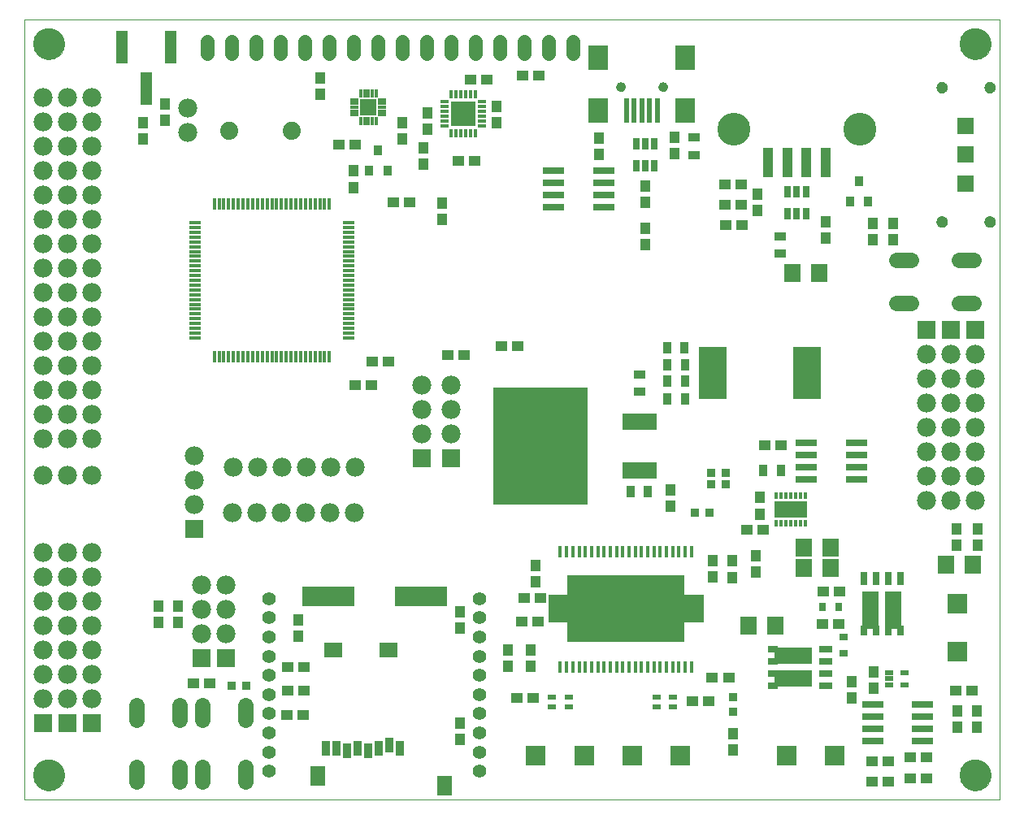
<source format=gts>
G75*
G70*
%OFA0B0*%
%FSLAX24Y24*%
%IPPOS*%
%LPD*%
%AMOC8*
5,1,8,0,0,1.08239X$1,22.5*
%
%ADD10C,0.0000*%
%ADD11C,0.1290*%
%ADD12C,0.0555*%
%ADD13C,0.0780*%
%ADD14C,0.0640*%
%ADD15C,0.0555*%
%ADD16R,0.0512X0.0158*%
%ADD17R,0.0158X0.0512*%
%ADD18R,0.0510X0.1340*%
%ADD19R,0.0158X0.0453*%
%ADD20R,0.4843X0.2737*%
%ADD21R,0.0827X0.1182*%
%ADD22R,0.0473X0.0434*%
%ADD23R,0.0434X0.0473*%
%ADD24R,0.0780X0.0780*%
%ADD25R,0.0237X0.1024*%
%ADD26R,0.0827X0.1024*%
%ADD27C,0.0394*%
%ADD28R,0.0276X0.0512*%
%ADD29R,0.0906X0.0276*%
%ADD30C,0.1350*%
%ADD31R,0.0394X0.1221*%
%ADD32R,0.0512X0.0355*%
%ADD33R,0.0355X0.0394*%
%ADD34R,0.0355X0.0355*%
%ADD35R,0.0138X0.0316*%
%ADD36R,0.1339X0.0709*%
%ADD37R,0.0370X0.0165*%
%ADD38R,0.0165X0.0370*%
%ADD39R,0.1040X0.1040*%
%ADD40R,0.1142X0.2166*%
%ADD41R,0.0355X0.0512*%
%ADD42R,0.2140X0.0800*%
%ADD43R,0.0670X0.0749*%
%ADD44C,0.0740*%
%ADD45R,0.0120X0.0350*%
%ADD46R,0.0350X0.0120*%
%ADD47R,0.0709X0.0709*%
%ADD48R,0.0335X0.0197*%
%ADD49R,0.0540X0.0280*%
%ADD50R,0.0440X0.0280*%
%ADD51R,0.1540X0.0690*%
%ADD52R,0.0280X0.0540*%
%ADD53R,0.0280X0.0440*%
%ADD54R,0.0690X0.1540*%
%ADD55R,0.0276X0.0355*%
%ADD56R,0.0355X0.0276*%
%ADD57R,0.0690X0.0690*%
%ADD58C,0.0473*%
%ADD59R,0.0808X0.0808*%
%ADD60R,0.0375X0.0237*%
%ADD61R,0.1420X0.0670*%
%ADD62R,0.3880X0.4840*%
%ADD63R,0.0910X0.0280*%
%ADD64R,0.0749X0.0591*%
%ADD65R,0.0591X0.0788*%
%ADD66R,0.0355X0.0631*%
D10*
X000150Y001990D02*
X000150Y033990D01*
X040150Y033990D01*
X040150Y001990D01*
X000150Y001990D01*
X000525Y002990D02*
X000527Y003040D01*
X000533Y003089D01*
X000543Y003138D01*
X000556Y003185D01*
X000574Y003232D01*
X000595Y003277D01*
X000619Y003320D01*
X000647Y003361D01*
X000678Y003400D01*
X000712Y003436D01*
X000749Y003470D01*
X000789Y003500D01*
X000830Y003527D01*
X000874Y003551D01*
X000919Y003571D01*
X000966Y003587D01*
X001014Y003600D01*
X001063Y003609D01*
X001113Y003614D01*
X001162Y003615D01*
X001212Y003612D01*
X001261Y003605D01*
X001310Y003594D01*
X001357Y003580D01*
X001403Y003561D01*
X001448Y003539D01*
X001491Y003514D01*
X001531Y003485D01*
X001569Y003453D01*
X001605Y003419D01*
X001638Y003381D01*
X001667Y003341D01*
X001693Y003299D01*
X001716Y003255D01*
X001735Y003209D01*
X001751Y003162D01*
X001763Y003113D01*
X001771Y003064D01*
X001775Y003015D01*
X001775Y002965D01*
X001771Y002916D01*
X001763Y002867D01*
X001751Y002818D01*
X001735Y002771D01*
X001716Y002725D01*
X001693Y002681D01*
X001667Y002639D01*
X001638Y002599D01*
X001605Y002561D01*
X001569Y002527D01*
X001531Y002495D01*
X001491Y002466D01*
X001448Y002441D01*
X001403Y002419D01*
X001357Y002400D01*
X001310Y002386D01*
X001261Y002375D01*
X001212Y002368D01*
X001162Y002365D01*
X001113Y002366D01*
X001063Y002371D01*
X001014Y002380D01*
X000966Y002393D01*
X000919Y002409D01*
X000874Y002429D01*
X000830Y002453D01*
X000789Y002480D01*
X000749Y002510D01*
X000712Y002544D01*
X000678Y002580D01*
X000647Y002619D01*
X000619Y002660D01*
X000595Y002703D01*
X000574Y002748D01*
X000556Y002795D01*
X000543Y002842D01*
X000533Y002891D01*
X000527Y002940D01*
X000525Y002990D01*
X024427Y031230D02*
X024429Y031256D01*
X024435Y031282D01*
X024445Y031307D01*
X024458Y031330D01*
X024474Y031350D01*
X024494Y031368D01*
X024516Y031383D01*
X024539Y031395D01*
X024565Y031403D01*
X024591Y031407D01*
X024617Y031407D01*
X024643Y031403D01*
X024669Y031395D01*
X024693Y031383D01*
X024714Y031368D01*
X024734Y031350D01*
X024750Y031330D01*
X024763Y031307D01*
X024773Y031282D01*
X024779Y031256D01*
X024781Y031230D01*
X024779Y031204D01*
X024773Y031178D01*
X024763Y031153D01*
X024750Y031130D01*
X024734Y031110D01*
X024714Y031092D01*
X024692Y031077D01*
X024669Y031065D01*
X024643Y031057D01*
X024617Y031053D01*
X024591Y031053D01*
X024565Y031057D01*
X024539Y031065D01*
X024515Y031077D01*
X024494Y031092D01*
X024474Y031110D01*
X024458Y031130D01*
X024445Y031153D01*
X024435Y031178D01*
X024429Y031204D01*
X024427Y031230D01*
X026159Y031230D02*
X026161Y031256D01*
X026167Y031282D01*
X026177Y031307D01*
X026190Y031330D01*
X026206Y031350D01*
X026226Y031368D01*
X026248Y031383D01*
X026271Y031395D01*
X026297Y031403D01*
X026323Y031407D01*
X026349Y031407D01*
X026375Y031403D01*
X026401Y031395D01*
X026425Y031383D01*
X026446Y031368D01*
X026466Y031350D01*
X026482Y031330D01*
X026495Y031307D01*
X026505Y031282D01*
X026511Y031256D01*
X026513Y031230D01*
X026511Y031204D01*
X026505Y031178D01*
X026495Y031153D01*
X026482Y031130D01*
X026466Y031110D01*
X026446Y031092D01*
X026424Y031077D01*
X026401Y031065D01*
X026375Y031057D01*
X026349Y031053D01*
X026323Y031053D01*
X026297Y031057D01*
X026271Y031065D01*
X026247Y031077D01*
X026226Y031092D01*
X026206Y031110D01*
X026190Y031130D01*
X026177Y031153D01*
X026167Y031178D01*
X026161Y031204D01*
X026159Y031230D01*
X037559Y031206D02*
X037561Y031235D01*
X037567Y031263D01*
X037576Y031291D01*
X037589Y031317D01*
X037606Y031340D01*
X037625Y031362D01*
X037647Y031381D01*
X037672Y031396D01*
X037698Y031409D01*
X037726Y031417D01*
X037754Y031422D01*
X037783Y031423D01*
X037812Y031420D01*
X037840Y031413D01*
X037867Y031403D01*
X037893Y031389D01*
X037916Y031372D01*
X037937Y031352D01*
X037955Y031329D01*
X037970Y031304D01*
X037981Y031277D01*
X037989Y031249D01*
X037993Y031220D01*
X037993Y031192D01*
X037989Y031163D01*
X037981Y031135D01*
X037970Y031108D01*
X037955Y031083D01*
X037937Y031060D01*
X037916Y031040D01*
X037893Y031023D01*
X037867Y031009D01*
X037840Y030999D01*
X037812Y030992D01*
X037783Y030989D01*
X037754Y030990D01*
X037726Y030995D01*
X037698Y031003D01*
X037672Y031016D01*
X037647Y031031D01*
X037625Y031050D01*
X037606Y031072D01*
X037589Y031095D01*
X037576Y031121D01*
X037567Y031149D01*
X037561Y031177D01*
X037559Y031206D01*
X039527Y031206D02*
X039529Y031235D01*
X039535Y031263D01*
X039544Y031291D01*
X039557Y031317D01*
X039574Y031340D01*
X039593Y031362D01*
X039615Y031381D01*
X039640Y031396D01*
X039666Y031409D01*
X039694Y031417D01*
X039722Y031422D01*
X039751Y031423D01*
X039780Y031420D01*
X039808Y031413D01*
X039835Y031403D01*
X039861Y031389D01*
X039884Y031372D01*
X039905Y031352D01*
X039923Y031329D01*
X039938Y031304D01*
X039949Y031277D01*
X039957Y031249D01*
X039961Y031220D01*
X039961Y031192D01*
X039957Y031163D01*
X039949Y031135D01*
X039938Y031108D01*
X039923Y031083D01*
X039905Y031060D01*
X039884Y031040D01*
X039861Y031023D01*
X039835Y031009D01*
X039808Y030999D01*
X039780Y030992D01*
X039751Y030989D01*
X039722Y030990D01*
X039694Y030995D01*
X039666Y031003D01*
X039640Y031016D01*
X039615Y031031D01*
X039593Y031050D01*
X039574Y031072D01*
X039557Y031095D01*
X039544Y031121D01*
X039535Y031149D01*
X039529Y031177D01*
X039527Y031206D01*
X038525Y032990D02*
X038527Y033040D01*
X038533Y033089D01*
X038543Y033138D01*
X038556Y033185D01*
X038574Y033232D01*
X038595Y033277D01*
X038619Y033320D01*
X038647Y033361D01*
X038678Y033400D01*
X038712Y033436D01*
X038749Y033470D01*
X038789Y033500D01*
X038830Y033527D01*
X038874Y033551D01*
X038919Y033571D01*
X038966Y033587D01*
X039014Y033600D01*
X039063Y033609D01*
X039113Y033614D01*
X039162Y033615D01*
X039212Y033612D01*
X039261Y033605D01*
X039310Y033594D01*
X039357Y033580D01*
X039403Y033561D01*
X039448Y033539D01*
X039491Y033514D01*
X039531Y033485D01*
X039569Y033453D01*
X039605Y033419D01*
X039638Y033381D01*
X039667Y033341D01*
X039693Y033299D01*
X039716Y033255D01*
X039735Y033209D01*
X039751Y033162D01*
X039763Y033113D01*
X039771Y033064D01*
X039775Y033015D01*
X039775Y032965D01*
X039771Y032916D01*
X039763Y032867D01*
X039751Y032818D01*
X039735Y032771D01*
X039716Y032725D01*
X039693Y032681D01*
X039667Y032639D01*
X039638Y032599D01*
X039605Y032561D01*
X039569Y032527D01*
X039531Y032495D01*
X039491Y032466D01*
X039448Y032441D01*
X039403Y032419D01*
X039357Y032400D01*
X039310Y032386D01*
X039261Y032375D01*
X039212Y032368D01*
X039162Y032365D01*
X039113Y032366D01*
X039063Y032371D01*
X039014Y032380D01*
X038966Y032393D01*
X038919Y032409D01*
X038874Y032429D01*
X038830Y032453D01*
X038789Y032480D01*
X038749Y032510D01*
X038712Y032544D01*
X038678Y032580D01*
X038647Y032619D01*
X038619Y032660D01*
X038595Y032703D01*
X038574Y032748D01*
X038556Y032795D01*
X038543Y032842D01*
X038533Y032891D01*
X038527Y032940D01*
X038525Y032990D01*
X037559Y025694D02*
X037561Y025723D01*
X037567Y025751D01*
X037576Y025779D01*
X037589Y025805D01*
X037606Y025828D01*
X037625Y025850D01*
X037647Y025869D01*
X037672Y025884D01*
X037698Y025897D01*
X037726Y025905D01*
X037754Y025910D01*
X037783Y025911D01*
X037812Y025908D01*
X037840Y025901D01*
X037867Y025891D01*
X037893Y025877D01*
X037916Y025860D01*
X037937Y025840D01*
X037955Y025817D01*
X037970Y025792D01*
X037981Y025765D01*
X037989Y025737D01*
X037993Y025708D01*
X037993Y025680D01*
X037989Y025651D01*
X037981Y025623D01*
X037970Y025596D01*
X037955Y025571D01*
X037937Y025548D01*
X037916Y025528D01*
X037893Y025511D01*
X037867Y025497D01*
X037840Y025487D01*
X037812Y025480D01*
X037783Y025477D01*
X037754Y025478D01*
X037726Y025483D01*
X037698Y025491D01*
X037672Y025504D01*
X037647Y025519D01*
X037625Y025538D01*
X037606Y025560D01*
X037589Y025583D01*
X037576Y025609D01*
X037567Y025637D01*
X037561Y025665D01*
X037559Y025694D01*
X039527Y025694D02*
X039529Y025723D01*
X039535Y025751D01*
X039544Y025779D01*
X039557Y025805D01*
X039574Y025828D01*
X039593Y025850D01*
X039615Y025869D01*
X039640Y025884D01*
X039666Y025897D01*
X039694Y025905D01*
X039722Y025910D01*
X039751Y025911D01*
X039780Y025908D01*
X039808Y025901D01*
X039835Y025891D01*
X039861Y025877D01*
X039884Y025860D01*
X039905Y025840D01*
X039923Y025817D01*
X039938Y025792D01*
X039949Y025765D01*
X039957Y025737D01*
X039961Y025708D01*
X039961Y025680D01*
X039957Y025651D01*
X039949Y025623D01*
X039938Y025596D01*
X039923Y025571D01*
X039905Y025548D01*
X039884Y025528D01*
X039861Y025511D01*
X039835Y025497D01*
X039808Y025487D01*
X039780Y025480D01*
X039751Y025477D01*
X039722Y025478D01*
X039694Y025483D01*
X039666Y025491D01*
X039640Y025504D01*
X039615Y025519D01*
X039593Y025538D01*
X039574Y025560D01*
X039557Y025583D01*
X039544Y025609D01*
X039535Y025637D01*
X039529Y025665D01*
X039527Y025694D01*
X038525Y002990D02*
X038527Y003040D01*
X038533Y003089D01*
X038543Y003138D01*
X038556Y003185D01*
X038574Y003232D01*
X038595Y003277D01*
X038619Y003320D01*
X038647Y003361D01*
X038678Y003400D01*
X038712Y003436D01*
X038749Y003470D01*
X038789Y003500D01*
X038830Y003527D01*
X038874Y003551D01*
X038919Y003571D01*
X038966Y003587D01*
X039014Y003600D01*
X039063Y003609D01*
X039113Y003614D01*
X039162Y003615D01*
X039212Y003612D01*
X039261Y003605D01*
X039310Y003594D01*
X039357Y003580D01*
X039403Y003561D01*
X039448Y003539D01*
X039491Y003514D01*
X039531Y003485D01*
X039569Y003453D01*
X039605Y003419D01*
X039638Y003381D01*
X039667Y003341D01*
X039693Y003299D01*
X039716Y003255D01*
X039735Y003209D01*
X039751Y003162D01*
X039763Y003113D01*
X039771Y003064D01*
X039775Y003015D01*
X039775Y002965D01*
X039771Y002916D01*
X039763Y002867D01*
X039751Y002818D01*
X039735Y002771D01*
X039716Y002725D01*
X039693Y002681D01*
X039667Y002639D01*
X039638Y002599D01*
X039605Y002561D01*
X039569Y002527D01*
X039531Y002495D01*
X039491Y002466D01*
X039448Y002441D01*
X039403Y002419D01*
X039357Y002400D01*
X039310Y002386D01*
X039261Y002375D01*
X039212Y002368D01*
X039162Y002365D01*
X039113Y002366D01*
X039063Y002371D01*
X039014Y002380D01*
X038966Y002393D01*
X038919Y002409D01*
X038874Y002429D01*
X038830Y002453D01*
X038789Y002480D01*
X038749Y002510D01*
X038712Y002544D01*
X038678Y002580D01*
X038647Y002619D01*
X038619Y002660D01*
X038595Y002703D01*
X038574Y002748D01*
X038556Y002795D01*
X038543Y002842D01*
X038533Y002891D01*
X038527Y002940D01*
X038525Y002990D01*
X000525Y032990D02*
X000527Y033040D01*
X000533Y033089D01*
X000543Y033138D01*
X000556Y033185D01*
X000574Y033232D01*
X000595Y033277D01*
X000619Y033320D01*
X000647Y033361D01*
X000678Y033400D01*
X000712Y033436D01*
X000749Y033470D01*
X000789Y033500D01*
X000830Y033527D01*
X000874Y033551D01*
X000919Y033571D01*
X000966Y033587D01*
X001014Y033600D01*
X001063Y033609D01*
X001113Y033614D01*
X001162Y033615D01*
X001212Y033612D01*
X001261Y033605D01*
X001310Y033594D01*
X001357Y033580D01*
X001403Y033561D01*
X001448Y033539D01*
X001491Y033514D01*
X001531Y033485D01*
X001569Y033453D01*
X001605Y033419D01*
X001638Y033381D01*
X001667Y033341D01*
X001693Y033299D01*
X001716Y033255D01*
X001735Y033209D01*
X001751Y033162D01*
X001763Y033113D01*
X001771Y033064D01*
X001775Y033015D01*
X001775Y032965D01*
X001771Y032916D01*
X001763Y032867D01*
X001751Y032818D01*
X001735Y032771D01*
X001716Y032725D01*
X001693Y032681D01*
X001667Y032639D01*
X001638Y032599D01*
X001605Y032561D01*
X001569Y032527D01*
X001531Y032495D01*
X001491Y032466D01*
X001448Y032441D01*
X001403Y032419D01*
X001357Y032400D01*
X001310Y032386D01*
X001261Y032375D01*
X001212Y032368D01*
X001162Y032365D01*
X001113Y032366D01*
X001063Y032371D01*
X001014Y032380D01*
X000966Y032393D01*
X000919Y032409D01*
X000874Y032429D01*
X000830Y032453D01*
X000789Y032480D01*
X000749Y032510D01*
X000712Y032544D01*
X000678Y032580D01*
X000647Y032619D01*
X000619Y032660D01*
X000595Y032703D01*
X000574Y032748D01*
X000556Y032795D01*
X000543Y032842D01*
X000533Y032891D01*
X000527Y032940D01*
X000525Y032990D01*
D11*
X001150Y032990D03*
X001150Y002990D03*
X039150Y002990D03*
X039150Y032990D03*
D12*
X018831Y010233D03*
X018831Y009446D03*
X018831Y008658D03*
X018831Y007871D03*
X018831Y007083D03*
X018831Y006296D03*
X018831Y005509D03*
X018831Y004721D03*
X018831Y003934D03*
X018831Y003146D03*
X010169Y003146D03*
X010169Y003934D03*
X010169Y004721D03*
X010169Y005509D03*
X010169Y006296D03*
X010169Y007083D03*
X010169Y007871D03*
X010169Y008658D03*
X010169Y009446D03*
X010169Y010233D03*
D13*
X008420Y009790D03*
X007420Y009790D03*
X007420Y010790D03*
X008420Y010790D03*
X008420Y008790D03*
X007420Y008790D03*
X002930Y009130D03*
X002930Y010130D03*
X002930Y011130D03*
X002930Y012130D03*
X001930Y012130D03*
X000930Y012130D03*
X000930Y011130D03*
X001930Y011130D03*
X001930Y010130D03*
X000930Y010130D03*
X000930Y009130D03*
X001930Y009130D03*
X001930Y008130D03*
X000930Y008130D03*
X000930Y007130D03*
X001930Y007130D03*
X002930Y007130D03*
X002930Y008130D03*
X002930Y006130D03*
X001930Y006130D03*
X000930Y006130D03*
X008670Y013750D03*
X009670Y013750D03*
X010670Y013750D03*
X011670Y013750D03*
X012670Y013750D03*
X013670Y013750D03*
X013700Y015610D03*
X012700Y015610D03*
X011700Y015610D03*
X010700Y015610D03*
X009700Y015610D03*
X008700Y015610D03*
X007100Y016100D03*
X007100Y015100D03*
X007100Y014100D03*
X002930Y015290D03*
X001930Y015290D03*
X000930Y015290D03*
X000930Y016790D03*
X001930Y016790D03*
X001930Y017790D03*
X001930Y018790D03*
X000930Y018790D03*
X000930Y017790D03*
X000930Y019790D03*
X001930Y019790D03*
X001930Y020790D03*
X000930Y020790D03*
X000930Y021790D03*
X001930Y021790D03*
X001930Y022790D03*
X000930Y022790D03*
X000930Y023790D03*
X001930Y023790D03*
X001930Y024790D03*
X000930Y024790D03*
X000930Y025790D03*
X001930Y025790D03*
X001930Y026790D03*
X000930Y026790D03*
X000930Y027790D03*
X001930Y027790D03*
X001930Y028790D03*
X000930Y028790D03*
X000930Y029790D03*
X001930Y029790D03*
X001930Y030790D03*
X000930Y030790D03*
X002930Y030790D03*
X002930Y029790D03*
X002930Y028790D03*
X002930Y027790D03*
X002930Y026790D03*
X002930Y025790D03*
X002930Y024790D03*
X002930Y023790D03*
X002930Y022790D03*
X002930Y021790D03*
X002930Y020790D03*
X002930Y019790D03*
X002930Y018790D03*
X002930Y017790D03*
X002930Y016790D03*
X016450Y016990D03*
X016450Y017990D03*
X016450Y018990D03*
X017650Y018990D03*
X017650Y017990D03*
X017650Y016990D03*
X006860Y029370D03*
X006860Y030370D03*
X037150Y020250D03*
X038150Y020250D03*
X039150Y020250D03*
X039150Y019250D03*
X038150Y019250D03*
X037150Y019250D03*
X037150Y018250D03*
X038150Y018250D03*
X039150Y018250D03*
X039150Y017250D03*
X038150Y017250D03*
X037150Y017250D03*
X037150Y016250D03*
X038150Y016250D03*
X039150Y016250D03*
X039150Y015250D03*
X038150Y015250D03*
X037150Y015250D03*
X037150Y014250D03*
X038150Y014250D03*
X039150Y014250D03*
D14*
X039070Y022350D02*
X038470Y022350D01*
X038470Y024130D02*
X039070Y024130D01*
X036510Y024130D02*
X035910Y024130D01*
X035910Y022350D02*
X036510Y022350D01*
X009230Y005870D02*
X009230Y005270D01*
X007450Y005270D02*
X007450Y005870D01*
X006530Y005870D02*
X006530Y005270D01*
X004750Y005270D02*
X004750Y005870D01*
X004750Y003310D02*
X004750Y002710D01*
X006530Y002710D02*
X006530Y003310D01*
X007450Y003310D02*
X007450Y002710D01*
X009230Y002710D02*
X009230Y003310D01*
D15*
X009650Y032582D02*
X009650Y033097D01*
X008650Y033097D02*
X008650Y032582D01*
X007650Y032582D02*
X007650Y033097D01*
X010650Y033097D02*
X010650Y032582D01*
X011650Y032582D02*
X011650Y033097D01*
X012650Y033097D02*
X012650Y032582D01*
X013650Y032582D02*
X013650Y033097D01*
X014650Y033097D02*
X014650Y032582D01*
X015650Y032582D02*
X015650Y033097D01*
X016650Y033097D02*
X016650Y032582D01*
X017650Y032582D02*
X017650Y033097D01*
X018650Y033097D02*
X018650Y032582D01*
X019650Y032582D02*
X019650Y033097D01*
X020650Y033097D02*
X020650Y032582D01*
X021650Y032582D02*
X021650Y033097D01*
X022650Y033097D02*
X022650Y032582D01*
D16*
X013450Y025652D03*
X013450Y025455D03*
X013450Y025258D03*
X013450Y025061D03*
X013450Y024864D03*
X013450Y024668D03*
X013450Y024471D03*
X013450Y024274D03*
X013450Y024077D03*
X013450Y023880D03*
X013450Y023683D03*
X013450Y023486D03*
X013450Y023290D03*
X013450Y023093D03*
X013450Y022896D03*
X013450Y022699D03*
X013450Y022502D03*
X013450Y022305D03*
X013450Y022109D03*
X013450Y021912D03*
X013450Y021715D03*
X013450Y021518D03*
X013450Y021321D03*
X013450Y021124D03*
X013450Y020927D03*
X007150Y020927D03*
X007150Y021124D03*
X007150Y021321D03*
X007150Y021518D03*
X007150Y021715D03*
X007150Y021912D03*
X007150Y022109D03*
X007150Y022305D03*
X007150Y022502D03*
X007150Y022699D03*
X007150Y022896D03*
X007150Y023093D03*
X007150Y023290D03*
X007150Y023486D03*
X007150Y023683D03*
X007150Y023880D03*
X007150Y024077D03*
X007150Y024274D03*
X007150Y024471D03*
X007150Y024668D03*
X007150Y024864D03*
X007150Y025061D03*
X007150Y025258D03*
X007150Y025455D03*
X007150Y025652D03*
D17*
X007938Y026439D03*
X008135Y026439D03*
X008331Y026439D03*
X008528Y026439D03*
X008725Y026439D03*
X008922Y026439D03*
X009119Y026439D03*
X009316Y026439D03*
X009513Y026439D03*
X009709Y026439D03*
X009906Y026439D03*
X010103Y026439D03*
X010300Y026439D03*
X010497Y026439D03*
X010694Y026439D03*
X010891Y026439D03*
X011087Y026439D03*
X011284Y026439D03*
X011481Y026439D03*
X011678Y026439D03*
X011875Y026439D03*
X012072Y026439D03*
X012269Y026439D03*
X012465Y026439D03*
X012662Y026439D03*
X012662Y020140D03*
X012465Y020140D03*
X012269Y020140D03*
X012072Y020140D03*
X011875Y020140D03*
X011678Y020140D03*
X011481Y020140D03*
X011284Y020140D03*
X011087Y020140D03*
X010891Y020140D03*
X010694Y020140D03*
X010497Y020140D03*
X010300Y020140D03*
X010103Y020140D03*
X009906Y020140D03*
X009709Y020140D03*
X009513Y020140D03*
X009316Y020140D03*
X009119Y020140D03*
X008922Y020140D03*
X008725Y020140D03*
X008528Y020140D03*
X008331Y020140D03*
X008135Y020140D03*
X007938Y020140D03*
D18*
X005150Y031150D03*
X004150Y032850D03*
X006150Y032850D03*
D19*
X022133Y012172D03*
X022389Y012172D03*
X022645Y012172D03*
X022901Y012172D03*
X023157Y012172D03*
X023413Y012172D03*
X023669Y012172D03*
X023924Y012172D03*
X024180Y012172D03*
X024436Y012172D03*
X024692Y012172D03*
X024948Y012172D03*
X025204Y012172D03*
X025460Y012172D03*
X025716Y012172D03*
X025972Y012172D03*
X026228Y012172D03*
X026484Y012172D03*
X026739Y012172D03*
X026995Y012172D03*
X027251Y012172D03*
X027507Y012172D03*
X027507Y007428D03*
X027251Y007428D03*
X026995Y007428D03*
X026739Y007428D03*
X026484Y007428D03*
X026228Y007428D03*
X025972Y007428D03*
X025716Y007428D03*
X025460Y007428D03*
X025204Y007428D03*
X024948Y007428D03*
X024692Y007428D03*
X024436Y007428D03*
X024180Y007428D03*
X023924Y007428D03*
X023669Y007428D03*
X023413Y007428D03*
X023157Y007428D03*
X022901Y007428D03*
X022645Y007428D03*
X022389Y007428D03*
X022133Y007428D03*
D20*
X024830Y009810D03*
D21*
X027625Y009810D03*
X022035Y009810D03*
D22*
X021305Y010240D03*
X020635Y010240D03*
X020555Y009290D03*
X021225Y009290D03*
X021005Y006140D03*
X020335Y006140D03*
X027535Y006030D03*
X028205Y006030D03*
X028365Y006980D03*
X029035Y006980D03*
X032875Y009200D03*
X033545Y009200D03*
X033585Y010530D03*
X032915Y010530D03*
X030455Y013040D03*
X029785Y013040D03*
X030525Y016510D03*
X031195Y016510D03*
X029575Y025540D03*
X028905Y025540D03*
X028895Y026390D03*
X029565Y026390D03*
X029555Y027230D03*
X028885Y027230D03*
X021255Y031690D03*
X020585Y031690D03*
X019125Y031510D03*
X018455Y031510D03*
X018605Y028200D03*
X017935Y028200D03*
X015965Y026480D03*
X015295Y026480D03*
X013725Y028850D03*
X013055Y028850D03*
X019715Y020600D03*
X020385Y020600D03*
X018195Y020210D03*
X017525Y020210D03*
X015085Y019970D03*
X014415Y019970D03*
X014385Y019000D03*
X013715Y019000D03*
X011605Y007420D03*
X010935Y007420D03*
X010935Y006440D03*
X011605Y006440D03*
X011585Y005460D03*
X010915Y005460D03*
X007745Y006740D03*
X007075Y006740D03*
X034905Y003570D03*
X035575Y003570D03*
X036475Y003730D03*
X037145Y003730D03*
X037145Y002850D03*
X036475Y002850D03*
X035575Y002730D03*
X034905Y002730D03*
X038355Y006470D03*
X039025Y006470D03*
D23*
X039230Y005634D03*
X039230Y004965D03*
X038420Y004955D03*
X038420Y005624D03*
X034980Y006555D03*
X034980Y007224D03*
X034090Y006834D03*
X034090Y006165D03*
X029220Y004694D03*
X029220Y004025D03*
X020900Y007445D03*
X020900Y008114D03*
X019990Y008114D03*
X019990Y007445D03*
X018010Y009035D03*
X018010Y009704D03*
X021110Y010925D03*
X021110Y011594D03*
X026640Y014025D03*
X026640Y014694D03*
X028370Y011784D03*
X028370Y011115D03*
X029170Y011105D03*
X029170Y011774D03*
X030160Y011994D03*
X030160Y011325D03*
X030320Y013705D03*
X030320Y014374D03*
X038370Y013084D03*
X038370Y012415D03*
X039250Y012425D03*
X039250Y013094D03*
X035770Y024945D03*
X035770Y025614D03*
X034960Y025634D03*
X034960Y024965D03*
X033010Y025035D03*
X033010Y025704D03*
X030230Y026155D03*
X030230Y026824D03*
X026820Y028475D03*
X026820Y029144D03*
X025620Y027144D03*
X025620Y026475D03*
X025620Y025414D03*
X025620Y024745D03*
X023700Y028455D03*
X023700Y029124D03*
X019530Y029755D03*
X019530Y030424D03*
X016690Y030164D03*
X016690Y029495D03*
X016500Y028734D03*
X016500Y028065D03*
X015660Y029075D03*
X015660Y029744D03*
X013660Y027774D03*
X013660Y027105D03*
X017290Y026444D03*
X017290Y025775D03*
X012280Y030935D03*
X012280Y031604D03*
X005920Y030524D03*
X005920Y029855D03*
X005020Y029754D03*
X005020Y029085D03*
X005660Y009924D03*
X005660Y009255D03*
X006460Y009255D03*
X006460Y009924D03*
X011390Y009354D03*
X011390Y008685D03*
X018030Y005124D03*
X018030Y004455D03*
D24*
X008420Y007790D03*
X007420Y007790D03*
X002930Y005130D03*
X001930Y005130D03*
X000930Y005130D03*
X007100Y013100D03*
X016450Y015990D03*
X017650Y015990D03*
X037150Y021250D03*
X038150Y021250D03*
X039150Y021250D03*
D25*
X026100Y030245D03*
X025785Y030245D03*
X025470Y030245D03*
X025155Y030245D03*
X024840Y030245D03*
D26*
X023698Y030245D03*
X023698Y032411D03*
X027242Y032411D03*
X027242Y030245D03*
D27*
X026336Y031230D03*
X024604Y031230D03*
D28*
X025246Y028883D03*
X025620Y028883D03*
X025994Y028883D03*
X025994Y027977D03*
X025620Y027977D03*
X025246Y027977D03*
X031456Y026923D03*
X031830Y026923D03*
X032204Y026923D03*
X032204Y026017D03*
X031830Y026017D03*
X031456Y026017D03*
D29*
X023914Y026290D03*
X023914Y026790D03*
X023914Y027290D03*
X023914Y027790D03*
X021866Y027790D03*
X021866Y027290D03*
X021866Y026790D03*
X021866Y026290D03*
X034936Y005880D03*
X034936Y005380D03*
X034936Y004880D03*
X034936Y004380D03*
X036984Y004380D03*
X036984Y004880D03*
X036984Y005380D03*
X036984Y005880D03*
D30*
X034415Y029490D03*
X029245Y029490D03*
D31*
X030649Y028131D03*
X031436Y028131D03*
X032224Y028131D03*
X033011Y028131D03*
D32*
X031140Y025094D03*
X031140Y024385D03*
X027600Y028435D03*
X027600Y029144D03*
X025370Y019424D03*
X025370Y018715D03*
D33*
X034016Y026536D03*
X034764Y026536D03*
X034390Y027363D03*
X015034Y027796D03*
X014286Y027796D03*
X014660Y028623D03*
D34*
X028315Y015390D03*
X028315Y014920D03*
X028905Y014920D03*
X028905Y015390D03*
X028235Y013770D03*
X027645Y013770D03*
X029230Y006175D03*
X029230Y005584D03*
X009245Y006640D03*
X008655Y006640D03*
D35*
X030989Y013329D03*
X031186Y013329D03*
X031383Y013329D03*
X031580Y013329D03*
X031777Y013329D03*
X031974Y013329D03*
X032171Y013329D03*
X032171Y014470D03*
X031974Y014470D03*
X031777Y014470D03*
X031580Y014470D03*
X031383Y014470D03*
X031186Y014470D03*
X030989Y014470D03*
D36*
X031580Y013900D03*
D37*
X018928Y029637D03*
X018928Y029834D03*
X018928Y030031D03*
X018928Y030228D03*
X018928Y030425D03*
X018928Y030622D03*
X017372Y030622D03*
X017372Y030425D03*
X017372Y030228D03*
X017372Y030031D03*
X017372Y029834D03*
X017372Y029637D03*
D38*
X017658Y029332D03*
X017855Y029332D03*
X018052Y029332D03*
X018248Y029332D03*
X018445Y029332D03*
X018642Y029332D03*
X018642Y030907D03*
X018445Y030907D03*
X018248Y030907D03*
X018052Y030907D03*
X017855Y030907D03*
X017658Y030907D03*
D39*
X018150Y030130D03*
D40*
X028392Y019490D03*
X032250Y019490D03*
D41*
X031174Y015480D03*
X030466Y015480D03*
X027234Y018430D03*
X026526Y018430D03*
X026526Y019160D03*
X026526Y019810D03*
X027234Y019810D03*
X027234Y019160D03*
X027224Y020520D03*
X026516Y020520D03*
X025724Y014620D03*
X025016Y014620D03*
D42*
X016410Y010330D03*
X012610Y010330D03*
D43*
X029849Y009130D03*
X030951Y009130D03*
X032109Y011480D03*
X032109Y012320D03*
X033211Y012320D03*
X033211Y011480D03*
X037959Y011610D03*
X039061Y011610D03*
X032761Y023590D03*
X031659Y023590D03*
D44*
X011120Y029430D03*
X008560Y029430D03*
D45*
X013945Y029819D03*
X014103Y029819D03*
X014260Y029819D03*
X014417Y029819D03*
X014575Y029819D03*
X014575Y030960D03*
X014417Y030960D03*
X014260Y030960D03*
X014103Y030960D03*
X013945Y030960D03*
D46*
X013689Y030705D03*
X013689Y030547D03*
X013689Y030390D03*
X013689Y030232D03*
X013689Y030075D03*
X014831Y030075D03*
X014831Y030232D03*
X014831Y030390D03*
X014831Y030547D03*
X014831Y030705D03*
D47*
X014260Y030390D03*
D48*
X035615Y007196D03*
X035615Y006940D03*
X035615Y006684D03*
X036265Y006684D03*
X036265Y007196D03*
D49*
X033000Y007170D03*
X033000Y006670D03*
X033000Y007670D03*
X033000Y008170D03*
D50*
X030850Y008170D03*
X030850Y007670D03*
X030850Y007170D03*
X030850Y006670D03*
D51*
X031680Y006965D03*
X031680Y007875D03*
D52*
X034570Y011060D03*
X035070Y011060D03*
X035570Y011060D03*
X036070Y011060D03*
D53*
X036070Y008910D03*
X035570Y008910D03*
X035070Y008910D03*
X034570Y008910D03*
D54*
X034865Y009740D03*
X035775Y009740D03*
D55*
X033550Y009900D03*
X032881Y009900D03*
D56*
X033750Y008669D03*
X033750Y008000D03*
D57*
X038760Y027269D03*
X038760Y028450D03*
X038760Y029631D03*
D58*
X037776Y031206D03*
X039744Y031206D03*
X039744Y025694D03*
X037776Y025694D03*
D59*
X038410Y010020D03*
X038410Y008051D03*
X033370Y003800D03*
X031401Y003800D03*
X027040Y003790D03*
X025071Y003790D03*
X023100Y003790D03*
X021131Y003790D03*
D60*
X021796Y005793D03*
X021796Y006186D03*
X022484Y006186D03*
X022484Y005793D03*
X026076Y005793D03*
X026764Y005793D03*
X026764Y006186D03*
X026076Y006186D03*
D61*
X025370Y015490D03*
X025370Y017490D03*
D62*
X021330Y016490D03*
D63*
X032230Y016610D03*
X032230Y016110D03*
X032230Y015610D03*
X032230Y015110D03*
X034290Y015110D03*
X034290Y015610D03*
X034290Y016110D03*
X034290Y016610D03*
D64*
X015071Y008132D03*
X012827Y008132D03*
D65*
X012197Y002955D03*
X017374Y002561D03*
D66*
X015540Y004077D03*
X015107Y004234D03*
X014674Y004077D03*
X014240Y003998D03*
X013807Y004077D03*
X013374Y003998D03*
X012941Y004077D03*
X012508Y004077D03*
M02*

</source>
